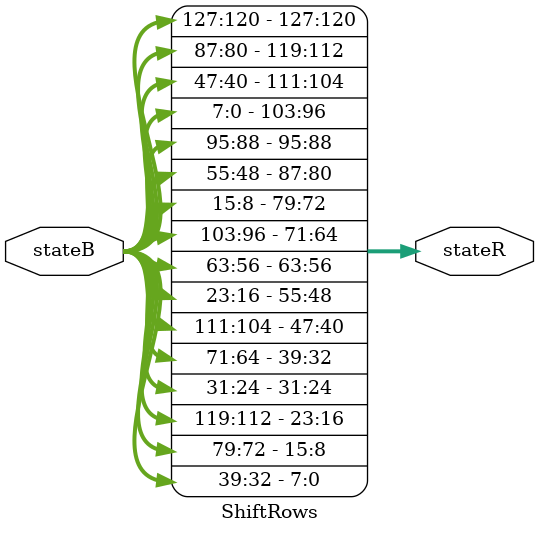
<source format=v>

module ShiftRows(stateB, stateR);

input [127:0] stateB;
output [127:0] stateR;

//state change for 4th row
assign stateR[127:120] = stateB[127:120];  
assign stateR[95:88] = stateB[95:88]; 
assign stateR[63:56] = stateB[63:56]; 
assign stateR[31:24] = stateB[31:24];

//state change for 3rd row   
assign  stateR[119:112] = stateB[87:80];
assign  stateR[87:80] = stateB[55:48];
assign  stateR[55:48] = stateB[23:16];
assign  stateR[23:16] = stateB[119:112];

//state change for 2nd row   
assign  stateR[111:104] = stateB[47:40];
assign  stateR[79:72] = stateB[15:8];
assign  stateR[47:40] = stateB[111:104];
assign  stateR[15:8] = stateB[79:72];

//state change for 1st row   
assign  stateR[103:96] = stateB[7:0];
assign  stateR[71:64] = stateB[103:96];
assign  stateR[39:32] = stateB[71:64];
assign  stateR[7:0] = stateB[39:32]; 

endmodule
</source>
